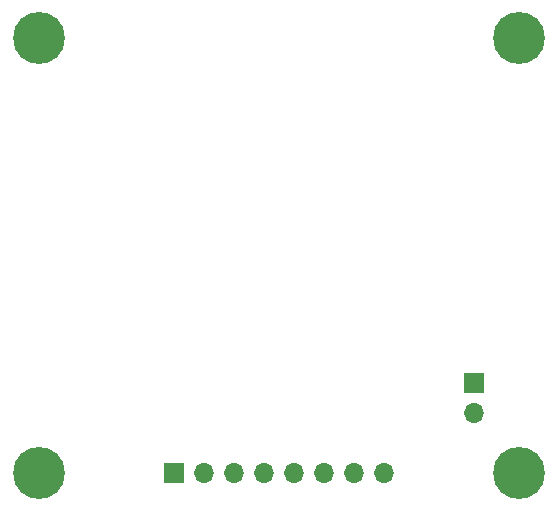
<source format=gbs>
%TF.GenerationSoftware,KiCad,Pcbnew,5.1.10-88a1d61d58~88~ubuntu20.04.1*%
%TF.CreationDate,2021-07-15T18:12:03+08:00*%
%TF.ProjectId,ble_heart,626c655f-6865-4617-9274-2e6b69636164,rev?*%
%TF.SameCoordinates,Original*%
%TF.FileFunction,Soldermask,Bot*%
%TF.FilePolarity,Negative*%
%FSLAX46Y46*%
G04 Gerber Fmt 4.6, Leading zero omitted, Abs format (unit mm)*
G04 Created by KiCad (PCBNEW 5.1.10-88a1d61d58~88~ubuntu20.04.1) date 2021-07-15 18:12:03*
%MOMM*%
%LPD*%
G01*
G04 APERTURE LIST*
%ADD10C,0.700000*%
%ADD11C,4.400000*%
%ADD12O,1.700000X1.700000*%
%ADD13R,1.700000X1.700000*%
G04 APERTURE END LIST*
D10*
%TO.C,H4*%
X135786726Y-83923274D03*
X134620000Y-83440000D03*
X133453274Y-83923274D03*
X132970000Y-85090000D03*
X133453274Y-86256726D03*
X134620000Y-86740000D03*
X135786726Y-86256726D03*
X136270000Y-85090000D03*
D11*
X134620000Y-85090000D03*
%TD*%
D10*
%TO.C,H3*%
X176426726Y-83923274D03*
X175260000Y-83440000D03*
X174093274Y-83923274D03*
X173610000Y-85090000D03*
X174093274Y-86256726D03*
X175260000Y-86740000D03*
X176426726Y-86256726D03*
X176910000Y-85090000D03*
D11*
X175260000Y-85090000D03*
%TD*%
D10*
%TO.C,H2*%
X176426726Y-120753274D03*
X175260000Y-120270000D03*
X174093274Y-120753274D03*
X173610000Y-121920000D03*
X174093274Y-123086726D03*
X175260000Y-123570000D03*
X176426726Y-123086726D03*
X176910000Y-121920000D03*
D11*
X175260000Y-121920000D03*
%TD*%
D10*
%TO.C,H1*%
X135786726Y-120753274D03*
X134620000Y-120270000D03*
X133453274Y-120753274D03*
X132970000Y-121920000D03*
X133453274Y-123086726D03*
X134620000Y-123570000D03*
X135786726Y-123086726D03*
X136270000Y-121920000D03*
D11*
X134620000Y-121920000D03*
%TD*%
D12*
%TO.C,J3*%
X171450000Y-116840000D03*
D13*
X171450000Y-114300000D03*
%TD*%
%TO.C,J2*%
X146050000Y-121920000D03*
D12*
X148590000Y-121920000D03*
X151130000Y-121920000D03*
X153670000Y-121920000D03*
X156210000Y-121920000D03*
X158750000Y-121920000D03*
X161290000Y-121920000D03*
X163830000Y-121920000D03*
%TD*%
M02*

</source>
